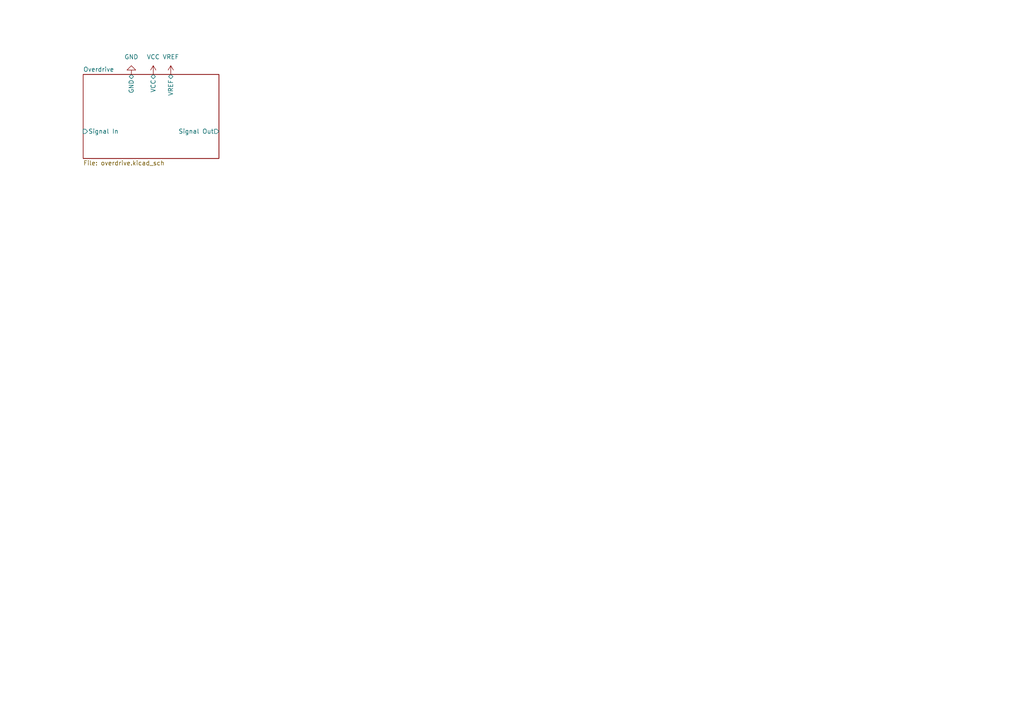
<source format=kicad_sch>
(kicad_sch (version 20250114) (generator "eeschema") (generator_version "9.0")
  (paper "A4")
  (lib_symbols
    (symbol "custom_power:VREF" (power) (pin_numbers (hide yes)) (pin_names (offset 0) (hide yes))
      (property "Value" "VREF" (at 0 3.556 0))
      (symbol "VREF_0_1"
        (polyline (pts (xy -0.762 1.27) (xy 0 2.54)))
        (polyline (pts (xy 0 2.54) (xy 0.762 1.27)))
        (polyline (pts (xy 0 0) (xy 0 2.54)))
      )
      (symbol "VREF_1_1"
        (pin power_in line (at 0 0 90) (length 0) (name "~") (number "1"))
      )
    )
    (symbol "power:GND" (power) (pin_numbers (hide yes)) (pin_names (offset 0) (hide yes))
      (property "Value" "GND" (at 0 -3.81 0))
      (symbol "GND_0_1"
        (polyline (pts (xy 0 0) (xy 0 -1.27) (xy 1.27 -1.27) (xy 0 -2.54) (xy -1.27 -1.27) (xy 0 -1.27)))
      )
      (symbol "GND_1_1"
        (pin power_in line (at 0 0 270) (length 0) (name "~") (number "1"))
      )
    )
    (symbol "power:VCC" (power) (pin_numbers (hide yes)) (pin_names (offset 0) (hide yes))
      (property "Value" "VCC" (at 0 3.556 0))
      (symbol "VCC_0_1"
        (polyline (pts (xy -0.762 1.27) (xy 0 2.54)))
        (polyline (pts (xy 0 2.54) (xy 0.762 1.27)))
        (polyline (pts (xy 0 0) (xy 0 2.54)))
      )
      (symbol "VCC_1_1"
        (pin power_in line (at 0 0 90) (length 0) (name "~") (number "1"))
      )
    )
  )
  (symbol (lib_id "power:GND") (at 38.1 21.59 180) (unit 1)
    (property "Reference" "#PWR01" (effects (hide yes)))
    (property "Value" "GND" (at 38.1 16.51 0))
    (property "Description" "Power symbol creates a global label with name \"GND\" , ground" (effects (hide yes)))
  )
  (symbol (lib_id "custom_power:VREF") (at 49.53 21.59 0) (unit 1)
    (property "Reference" "#PWR03" (effects (hide yes)))
    (property "Value" "VREF" (at 49.53 16.51 0))
    (property "Description" "Power symbol creates a global label with name \"VREF\"" (effects (hide yes)))
  )
  (symbol (lib_id "power:VCC") (at 44.45 21.59 0) (unit 1)
    (property "Reference" "#PWR02" (effects (hide yes)))
    (property "Value" "VCC" (at 44.45 16.51 0))
    (property "Description" "Power symbol creates a global label with name \"VCC\"" (effects (hide yes)))
  )
  (sheet (at 24.13 21.59) (size 39.37 24.384) (stroke (width 0.1524))
    (property "Sheetname" "Overdrive" (at 24.13 20.8784 0) (effects (justify left bottom)))
    (property "Sheetfile" "overdrive.kicad_sch" (at 24.13 46.5586 0) (effects (justify left top)))
    (pin "Signal In" input (at 24.13 38.1 180))
    (pin "GND" bidirectional (at 38.1 21.59 90))
    (pin "Signal Out" output (at 63.5 38.1 0))
    (pin "VCC" bidirectional (at 44.45 21.59 90))
    (pin "VREF" bidirectional (at 49.53 21.59 90))
  )
)
</source>
